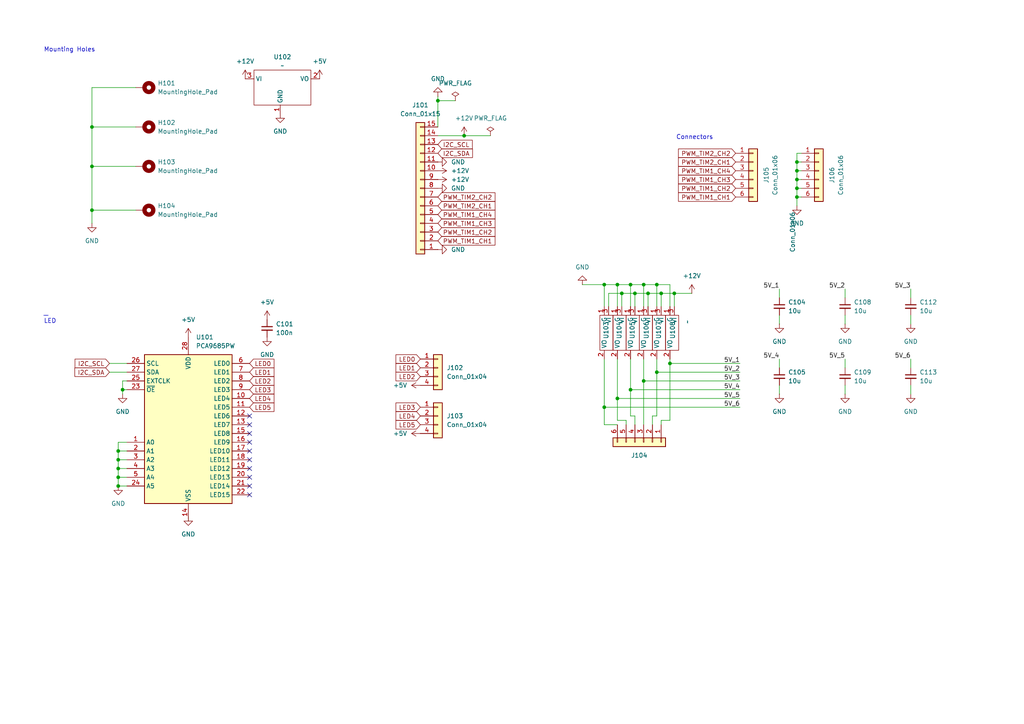
<source format=kicad_sch>
(kicad_sch (version 20231120) (generator "eeschema") (generator_version "8.0")
  (paper "A4")
  (title_block (title "PCB_tête") (date "2024-03-09") (rev "1.0") (company "ENSEA"))
  (lib_symbols
    (symbol "+5V_2" (power) (pin_numbers hide) (pin_names (offset 0) hide)
      (property "Value" "+5V" (at 0 3.556 0))
      (symbol "+5V_2_0_1"
        (polyline (pts (xy -0.762 1.27) (xy 0 2.54)))
        (polyline (pts (xy 0 0) (xy 0 2.54)))
        (polyline (pts (xy 0 2.54) (xy 0.762 1.27)))
      )
      (symbol "+5V_2_1_1"
        (pin power_in line (at 0 0 90) (length 0) (name "~") (number "1"))
      )
    )
    (symbol "Buck_1"
      (property "Reference" "U5" (at 2.032 -6.858 0))
      (property "Value" "~" (at 4.445 3.81 0))
      (symbol "Buck_1_1_1"
        (rectangle (start 2.54 1.27) (end 12.7 -2.54))
        (pin power_in line (at 0 -1.27 0) (length 2.54) (name "G") (number "1"))
        (pin passive line (at 15.24 -1.27 180) (length 2.54) (name "VO") (number "2"))
        (pin power_in line (at 0 0 0) (length 2.54) (name "VI") (number "3"))
      )
    )
    (symbol "Connector_Generic:Conn_01x04" (pin_names (offset 1.016) hide)
      (property "Reference" "J" (at 0 5.08 0))
      (property "Value" "Conn_01x04" (at 0 -7.62 0))
      (symbol "Conn_01x04_1_1"
        (rectangle (start -1.27 -4.953) (end 0 -5.207) (stroke (width 0.1524)))
        (rectangle (start -1.27 -2.413) (end 0 -2.667) (stroke (width 0.1524)))
        (rectangle (start -1.27 0.127) (end 0 -0.127) (stroke (width 0.1524)))
        (rectangle (start -1.27 2.667) (end 0 2.413) (stroke (width 0.1524)))
        (rectangle (start -1.27 3.81) (end 1.27 -6.35) (stroke (width 0.254)) (fill (type background)))
        (pin passive line (at -5.08 2.54 0) (length 3.81) (name "Pin_1") (number "1"))
        (pin passive line (at -5.08 0 0) (length 3.81) (name "Pin_2") (number "2"))
        (pin passive line (at -5.08 -2.54 0) (length 3.81) (name "Pin_3") (number "3"))
        (pin passive line (at -5.08 -5.08 0) (length 3.81) (name "Pin_4") (number "4"))
      )
    )
    (symbol "Connector_Generic:Conn_01x06" (pin_names (offset 1.016) hide)
      (property "Reference" "J" (at 0 7.62 0))
      (property "Value" "Conn_01x06" (at 0 -10.16 0))
      (symbol "Conn_01x06_1_1"
        (rectangle (start -1.27 -7.493) (end 0 -7.747) (stroke (width 0.1524)))
        (rectangle (start -1.27 -4.953) (end 0 -5.207) (stroke (width 0.1524)))
        (rectangle (start -1.27 -2.413) (end 0 -2.667) (stroke (width 0.1524)))
        (rectangle (start -1.27 0.127) (end 0 -0.127) (stroke (width 0.1524)))
        (rectangle (start -1.27 2.667) (end 0 2.413) (stroke (width 0.1524)))
        (rectangle (start -1.27 5.207) (end 0 4.953) (stroke (width 0.1524)))
        (rectangle (start -1.27 6.35) (end 1.27 -8.89) (stroke (width 0.254)) (fill (type background)))
        (pin passive line (at -5.08 5.08 0) (length 3.81) (name "Pin_1") (number "1"))
        (pin passive line (at -5.08 2.54 0) (length 3.81) (name "Pin_2") (number "2"))
        (pin passive line (at -5.08 0 0) (length 3.81) (name "Pin_3") (number "3"))
        (pin passive line (at -5.08 -2.54 0) (length 3.81) (name "Pin_4") (number "4"))
        (pin passive line (at -5.08 -5.08 0) (length 3.81) (name "Pin_5") (number "5"))
        (pin passive line (at -5.08 -7.62 0) (length 3.81) (name "Pin_6") (number "6"))
      )
    )
    (symbol "Connector_Generic:Conn_01x15" (pin_names (offset 1.016) hide)
      (property "Reference" "J" (at 0 20.32 0))
      (property "Value" "Conn_01x15" (at 0 -20.32 0))
      (symbol "Conn_01x15_1_1"
        (rectangle (start -1.27 -17.653) (end 0 -17.907) (stroke (width 0.1524)))
        (rectangle (start -1.27 -15.113) (end 0 -15.367) (stroke (width 0.1524)))
        (rectangle (start -1.27 -12.573) (end 0 -12.827) (stroke (width 0.1524)))
        (rectangle (start -1.27 -10.033) (end 0 -10.287) (stroke (width 0.1524)))
        (rectangle (start -1.27 -7.493) (end 0 -7.747) (stroke (width 0.1524)))
        (rectangle (start -1.27 -4.953) (end 0 -5.207) (stroke (width 0.1524)))
        (rectangle (start -1.27 -2.413) (end 0 -2.667) (stroke (width 0.1524)))
        (rectangle (start -1.27 0.127) (end 0 -0.127) (stroke (width 0.1524)))
        (rectangle (start -1.27 2.667) (end 0 2.413) (stroke (width 0.1524)))
        (rectangle (start -1.27 5.207) (end 0 4.953) (stroke (width 0.1524)))
        (rectangle (start -1.27 7.747) (end 0 7.493) (stroke (width 0.1524)))
        (rectangle (start -1.27 10.287) (end 0 10.033) (stroke (width 0.1524)))
        (rectangle (start -1.27 12.827) (end 0 12.573) (stroke (width 0.1524)))
        (rectangle (start -1.27 15.367) (end 0 15.113) (stroke (width 0.1524)))
        (rectangle (start -1.27 17.907) (end 0 17.653) (stroke (width 0.1524)))
        (rectangle (start -1.27 19.05) (end 1.27 -19.05) (stroke (width 0.254)) (fill (type background)))
        (pin passive line (at -5.08 17.78 0) (length 3.81) (name "Pin_1") (number "1"))
        (pin passive line (at -5.08 -5.08 0) (length 3.81) (name "Pin_10") (number "10"))
        (pin passive line (at -5.08 -7.62 0) (length 3.81) (name "Pin_11") (number "11"))
        (pin passive line (at -5.08 -10.16 0) (length 3.81) (name "Pin_12") (number "12"))
        (pin passive line (at -5.08 -12.7 0) (length 3.81) (name "Pin_13") (number "13"))
        (pin passive line (at -5.08 -15.24 0) (length 3.81) (name "Pin_14") (number "14"))
        (pin passive line (at -5.08 -17.78 0) (length 3.81) (name "Pin_15") (number "15"))
        (pin passive line (at -5.08 15.24 0) (length 3.81) (name "Pin_2") (number "2"))
        (pin passive line (at -5.08 12.7 0) (length 3.81) (name "Pin_3") (number "3"))
        (pin passive line (at -5.08 10.16 0) (length 3.81) (name "Pin_4") (number "4"))
        (pin passive line (at -5.08 7.62 0) (length 3.81) (name "Pin_5") (number "5"))
        (pin passive line (at -5.08 5.08 0) (length 3.81) (name "Pin_6") (number "6"))
        (pin passive line (at -5.08 2.54 0) (length 3.81) (name "Pin_7") (number "7"))
        (pin passive line (at -5.08 0 0) (length 3.81) (name "Pin_8") (number "8"))
        (pin passive line (at -5.08 -2.54 0) (length 3.81) (name "Pin_9") (number "9"))
      )
    )
    (symbol "Device:C_Small" (pin_numbers hide) (pin_names (offset 0.254) hide)
      (property "Reference" "C" (at 0.254 1.778 0))
      (property "Value" "C_Small" (at 0.254 -2.032 0))
      (symbol "C_Small_0_1"
        (polyline (pts (xy -1.524 -0.508) (xy 1.524 -0.508)) (stroke (width 0.3302)))
        (polyline (pts (xy -1.524 0.508) (xy 1.524 0.508)) (stroke (width 0.3048)))
      )
      (symbol "C_Small_1_1"
        (pin passive line (at 0 2.54 270) (length 2.032) (name "~") (number "1"))
        (pin passive line (at 0 -2.54 90) (length 2.032) (name "~") (number "2"))
      )
    )
    (symbol "Driver_LED:PCA9685PW"
      (property "Reference" "U" (at -12.7 22.225 0))
      (property "Value" "PCA9685PW" (at 1.27 22.225 0))
      (symbol "PCA9685PW_0_1"
        (rectangle (start -12.7 20.32) (end 12.7 -22.86) (stroke (width 0.254)) (fill (type background)))
      )
      (symbol "PCA9685PW_1_1"
        (pin input line (at -17.78 -5.08 0) (length 5.08) (name "A0") (number "1"))
        (pin output line (at 17.78 7.62 180) (length 5.08) (name "LED4") (number "10"))
        (pin output line (at 17.78 5.08 180) (length 5.08) (name "LED5") (number "11"))
        (pin output line (at 17.78 2.54 180) (length 5.08) (name "LED6") (number "12"))
        (pin output line (at 17.78 0 180) (length 5.08) (name "LED7") (number "13"))
        (pin power_in line (at 0 -27.94 90) (length 5.08) (name "VSS") (number "14"))
        (pin output line (at 17.78 -2.54 180) (length 5.08) (name "LED8") (number "15"))
        (pin output line (at 17.78 -5.08 180) (length 5.08) (name "LED9") (number "16"))
        (pin output line (at 17.78 -7.62 180) (length 5.08) (name "LED10") (number "17"))
        (pin output line (at 17.78 -10.16 180) (length 5.08) (name "LED11") (number "18"))
        (pin output line (at 17.78 -12.7 180) (length 5.08) (name "LED12") (number "19"))
        (pin input line (at -17.78 -7.62 0) (length 5.08) (name "A1") (number "2"))
        (pin output line (at 17.78 -15.24 180) (length 5.08) (name "LED13") (number "20"))
        (pin output line (at 17.78 -17.78 180) (length 5.08) (name "LED14") (number "21"))
        (pin output line (at 17.78 -20.32 180) (length 5.08) (name "LED15") (number "22"))
        (pin input line (at -17.78 10.16 0) (length 5.08) (name "~{OE}") (number "23"))
        (pin input line (at -17.78 -17.78 0) (length 5.08) (name "A5") (number "24"))
        (pin input line (at -17.78 12.7 0) (length 5.08) (name "EXTCLK") (number "25"))
        (pin input line (at -17.78 17.78 0) (length 5.08) (name "SCL") (number "26"))
        (pin bidirectional line (at -17.78 15.24 0) (length 5.08) (name "SDA") (number "27"))
        (pin power_in line (at 0 25.4 270) (length 5.08) (name "VDD") (number "28"))
        (pin input line (at -17.78 -10.16 0) (length 5.08) (name "A2") (number "3"))
        (pin input line (at -17.78 -12.7 0) (length 5.08) (name "A3") (number "4"))
        (pin input line (at -17.78 -15.24 0) (length 5.08) (name "A4") (number "5"))
        (pin output line (at 17.78 17.78 180) (length 5.08) (name "LED0") (number "6"))
        (pin output line (at 17.78 15.24 180) (length 5.08) (name "LED1") (number "7"))
        (pin output line (at 17.78 12.7 180) (length 5.08) (name "LED2") (number "8"))
        (pin output line (at 17.78 10.16 180) (length 5.08) (name "LED3") (number "9"))
      )
    )
    (symbol "GND_1" (power) (pin_numbers hide) (pin_names (offset 0) hide)
      (property "Value" "GND" (at 0 -3.81 0))
      (symbol "GND_1_0_1"
        (polyline (pts (xy 0 0) (xy 0 -1.27) (xy 1.27 -1.27) (xy 0 -2.54) (xy -1.27 -1.27) (xy 0 -1.27)))
      )
      (symbol "GND_1_1_1"
        (pin power_in line (at 0 0 270) (length 0) (name "~") (number "1"))
      )
    )
    (symbol "GND_2" (power) (pin_numbers hide) (pin_names (offset 0) hide)
      (property "Value" "GND" (at 0 -3.81 0))
      (symbol "GND_2_0_1"
        (polyline (pts (xy 0 0) (xy 0 -1.27) (xy 1.27 -1.27) (xy 0 -2.54) (xy -1.27 -1.27) (xy 0 -1.27)))
      )
      (symbol "GND_2_1_1"
        (pin power_in line (at 0 0 270) (length 0) (name "~") (number "1"))
      )
    )
    (symbol "GND_3" (power) (pin_numbers hide) (pin_names (offset 0) hide)
      (property "Value" "GND" (at 0 -3.81 0))
      (symbol "GND_3_0_1"
        (polyline (pts (xy 0 0) (xy 0 -1.27) (xy 1.27 -1.27) (xy 0 -2.54) (xy -1.27 -1.27) (xy 0 -1.27)))
      )
      (symbol "GND_3_1_1"
        (pin power_in line (at 0 0 270) (length 0) (name "~") (number "1"))
      )
    )
    (symbol "Mechanical:MountingHole_Pad" (pin_numbers hide) (pin_names (offset 1.016) hide)
      (property "Reference" "H" (at 0 6.35 0))
      (property "Value" "MountingHole_Pad" (at 0 4.445 0))
      (symbol "MountingHole_Pad_0_1"
        (circle (center 0 1.27) (radius 1.27) (stroke (width 1.27)))
      )
      (symbol "MountingHole_Pad_1_1"
        (pin input line (at 0 -2.54 90) (length 2.54) (name "1") (number "1"))
      )
    )
    (symbol "kicad-unified-universal-8.0.0:Buck1"
      (property "Reference" "U7" (at 0.635 7.62 0))
      (property "Value" "~" (at 0.635 5.08 0))
      (symbol "Buck1_1_1"
        (rectangle (start -7.62 3.81) (end 8.89 -6.35))
        (pin power_in line (at 0 -8.89 90) (length 2.54) (name "GND") (number "1"))
        (pin power_out line (at 11.43 1.27 180) (length 2.54) (name "VO") (number "2"))
        (pin power_in line (at -10.16 1.27 0) (length 2.54) (name "VI") (number "3"))
      )
    )
    (symbol "power:+12V" (power) (pin_numbers hide) (pin_names (offset 0) hide)
      (property "Value" "+12V" (at 0 3.556 0))
      (symbol "+12V_0_1"
        (polyline (pts (xy -0.762 1.27) (xy 0 2.54)))
        (polyline (pts (xy 0 0) (xy 0 2.54)))
        (polyline (pts (xy 0 2.54) (xy 0.762 1.27)))
      )
      (symbol "+12V_1_1"
        (pin power_in line (at 0 0 90) (length 0) (name "~") (number "1"))
      )
    )
    (symbol "power:+5V" (power) (pin_names (offset 0))
      (property "Value" "+5V" (at 0 3.556 0))
      (symbol "+5V_0_1"
        (polyline (pts (xy -0.762 1.27) (xy 0 2.54)))
        (polyline (pts (xy 0 0) (xy 0 2.54)))
        (polyline (pts (xy 0 2.54) (xy 0.762 1.27)))
      )
      (symbol "+5V_1_1"
        (pin power_in line (at 0 0 90) (length 0) hide (name "+5V") (number "1"))
      )
    )
    (symbol "power:GND" (power) (pin_names (offset 0))
      (property "Value" "GND" (at 0 -3.81 0))
      (symbol "GND_0_1"
        (polyline (pts (xy 0 0) (xy 0 -1.27) (xy 1.27 -1.27) (xy 0 -2.54) (xy -1.27 -1.27) (xy 0 -1.27)))
      )
      (symbol "GND_1_1"
        (pin power_in line (at 0 0 270) (length 0) hide (name "GND") (number "1"))
      )
    )
    (symbol "power:PWR_FLAG" (power) (pin_numbers hide) (pin_names (offset 0) hide)
      (property "Value" "PWR_FLAG" (at 0 3.81 0))
      (symbol "PWR_FLAG_0_0"
        (pin power_out line (at 0 0 90) (length 0) (name "~") (number "1"))
      )
      (symbol "PWR_FLAG_0_1"
        (polyline (pts (xy 0 0) (xy 0 1.27) (xy -1.016 1.905) (xy 0 2.54) (xy 1.016 1.905) (xy 0 1.27)))
      )
    )
  )
  (junction (at 231.14 57.15))
  (junction (at 182.88 82.55))
  (junction (at 175.26 82.55))
  (junction (at 190.5 82.55))
  (junction (at 26.67 36.83))
  (junction (at 231.14 54.61))
  (junction (at 179.07 82.55))
  (junction (at 34.29 138.43))
  (junction (at 186.69 110.49))
  (junction (at 194.31 105.41))
  (junction (at 34.29 140.97))
  (junction (at 182.88 113.03))
  (junction (at 190.5 107.95))
  (junction (at 195.58 85.09))
  (junction (at 26.67 48.26))
  (junction (at 127 29.21))
  (junction (at 231.14 49.53))
  (junction (at 191.77 85.09))
  (junction (at 180.34 85.09))
  (junction (at 34.29 130.81))
  (junction (at 34.29 133.35))
  (junction (at 186.69 82.55))
  (junction (at 187.96 85.09))
  (junction (at 231.14 46.99))
  (junction (at 179.07 115.57))
  (junction (at 35.56 113.03))
  (junction (at 231.14 52.07))
  (junction (at 184.15 85.09))
  (junction (at 175.26 118.11))
  (junction (at 34.29 135.89))
  (junction (at 134.62 39.37))
  (junction (at 26.67 60.96))
  (no_connect (at 72.39 140.97))
  (no_connect (at 72.39 128.27))
  (no_connect (at 72.39 123.19))
  (no_connect (at 72.39 125.73))
  (no_connect (at 72.39 133.35))
  (no_connect (at 72.39 138.43))
  (no_connect (at 72.39 143.51))
  (no_connect (at 72.39 130.81))
  (no_connect (at 72.39 120.65))
  (no_connect (at 72.39 135.89))
  (wire (pts (xy 187.96 88.9) (xy 187.96 85.09)))
  (wire (pts (xy 184.15 85.09) (xy 187.96 85.09)))
  (wire (pts (xy 175.26 104.14) (xy 175.26 118.11)))
  (wire (pts (xy 187.96 85.09) (xy 191.77 85.09)))
  (wire (pts (xy 226.06 104.14) (xy 226.06 106.68)))
  (wire (pts (xy 179.07 88.9) (xy 179.07 82.55)))
  (wire (pts (xy 190.5 88.9) (xy 190.5 82.55)))
  (wire (pts (xy 36.83 113.03) (xy 35.56 113.03)))
  (wire (pts (xy 190.5 120.65) (xy 190.5 107.95)))
  (wire (pts (xy 176.53 85.09) (xy 180.34 85.09)))
  (wire (pts (xy 186.69 110.49) (xy 214.63 110.49)))
  (wire (pts (xy 245.11 83.82) (xy 245.11 86.36)))
  (wire (pts (xy 190.5 107.95) (xy 190.5 104.14)))
  (wire (pts (xy 189.23 120.65) (xy 189.23 123.19)))
  (wire (pts (xy 179.07 121.92) (xy 179.07 115.57)))
  (wire (pts (xy 31.75 105.41) (xy 36.83 105.41)))
  (wire (pts (xy 179.07 82.55) (xy 175.26 82.55)))
  (wire (pts (xy 34.29 130.81) (xy 34.29 133.35)))
  (wire (pts (xy 26.67 60.96) (xy 39.37 60.96)))
  (wire (pts (xy 184.15 120.65) (xy 184.15 123.19)))
  (wire (pts (xy 231.14 52.07) (xy 231.14 49.53)))
  (wire (pts (xy 194.31 82.55) (xy 190.5 82.55)))
  (wire (pts (xy 54.61 149.86) (xy 54.61 151.13)))
  (wire (pts (xy 264.16 104.14) (xy 264.16 106.68)))
  (wire (pts (xy 127 27.94) (xy 127 29.21)))
  (wire (pts (xy 186.69 88.9) (xy 186.69 82.55)))
  (wire (pts (xy 134.62 39.37) (xy 142.24 39.37)))
  (wire (pts (xy 264.16 91.44) (xy 264.16 93.98)))
  (wire (pts (xy 34.29 138.43) (xy 34.29 140.97)))
  (polyline (pts (xy 12.7 91.44) (xy 13.97 91.44)) (stroke (width 0) (type dash)))
  (wire (pts (xy 190.5 82.55) (xy 186.69 82.55)))
  (wire (pts (xy 182.88 120.65) (xy 184.15 120.65)))
  (wire (pts (xy 39.37 36.83) (xy 26.67 36.83)))
  (wire (pts (xy 195.58 85.09) (xy 195.58 88.9)))
  (wire (pts (xy 182.88 82.55) (xy 179.07 82.55)))
  (wire (pts (xy 35.56 110.49) (xy 35.56 113.03)))
  (wire (pts (xy 194.31 121.92) (xy 191.77 121.92)))
  (wire (pts (xy 182.88 104.14) (xy 182.88 113.03)))
  (wire (pts (xy 34.29 133.35) (xy 36.83 133.35)))
  (wire (pts (xy 180.34 85.09) (xy 184.15 85.09)))
  (wire (pts (xy 226.06 83.82) (xy 226.06 86.36)))
  (wire (pts (xy 36.83 110.49) (xy 35.56 110.49)))
  (wire (pts (xy 36.83 128.27) (xy 34.29 128.27)))
  (wire (pts (xy 179.07 115.57) (xy 179.07 104.14)))
  (wire (pts (xy 26.67 25.4) (xy 26.67 36.83)))
  (wire (pts (xy 26.67 60.96) (xy 26.67 64.77)))
  (wire (pts (xy 26.67 36.83) (xy 26.67 48.26)))
  (wire (pts (xy 182.88 113.03) (xy 182.88 120.65)))
  (wire (pts (xy 186.69 104.14) (xy 186.69 110.49)))
  (wire (pts (xy 226.06 111.76) (xy 226.06 114.3)))
  (wire (pts (xy 194.31 121.92) (xy 194.31 105.41)))
  (wire (pts (xy 26.67 48.26) (xy 26.67 60.96)))
  (wire (pts (xy 180.34 88.9) (xy 180.34 85.09)))
  (wire (pts (xy 231.14 49.53) (xy 231.14 46.99)))
  (wire (pts (xy 179.07 121.92) (xy 181.61 121.92)))
  (wire (pts (xy 34.29 140.97) (xy 36.83 140.97)))
  (wire (pts (xy 35.56 113.03) (xy 35.56 114.3)))
  (wire (pts (xy 175.26 82.55) (xy 168.91 82.55)))
  (wire (pts (xy 245.11 91.44) (xy 245.11 93.98)))
  (wire (pts (xy 184.15 88.9) (xy 184.15 85.09)))
  (wire (pts (xy 245.11 111.76) (xy 245.11 114.3)))
  (wire (pts (xy 34.29 135.89) (xy 34.29 138.43)))
  (wire (pts (xy 34.29 133.35) (xy 34.29 135.89)))
  (wire (pts (xy 231.14 54.61) (xy 231.14 52.07)))
  (wire (pts (xy 179.07 115.57) (xy 214.63 115.57)))
  (wire (pts (xy 231.14 46.99) (xy 232.41 46.99)))
  (wire (pts (xy 194.31 105.41) (xy 194.31 104.14)))
  (wire (pts (xy 182.88 113.03) (xy 214.63 113.03)))
  (wire (pts (xy 191.77 85.09) (xy 195.58 85.09)))
  (wire (pts (xy 191.77 121.92) (xy 191.77 123.19)))
  (wire (pts (xy 245.11 104.14) (xy 245.11 106.68)))
  (wire (pts (xy 127 29.21) (xy 132.08 29.21)))
  (wire (pts (xy 264.16 83.82) (xy 264.16 86.36)))
  (wire (pts (xy 127 29.21) (xy 127 36.83)))
  (wire (pts (xy 231.14 44.45) (xy 232.41 44.45)))
  (wire (pts (xy 175.26 88.9) (xy 175.26 82.55)))
  (wire (pts (xy 31.75 107.95) (xy 36.83 107.95)))
  (wire (pts (xy 34.29 128.27) (xy 34.29 130.81)))
  (wire (pts (xy 190.5 120.65) (xy 189.23 120.65)))
  (wire (pts (xy 175.26 118.11) (xy 175.26 123.19)))
  (wire (pts (xy 181.61 121.92) (xy 181.61 123.19)))
  (wire (pts (xy 34.29 130.81) (xy 36.83 130.81)))
  (wire (pts (xy 175.26 123.19) (xy 179.07 123.19)))
  (wire (pts (xy 231.14 57.15) (xy 232.41 57.15)))
  (wire (pts (xy 231.14 59.69) (xy 231.14 57.15)))
  (wire (pts (xy 182.88 88.9) (xy 182.88 82.55)))
  (wire (pts (xy 34.29 135.89) (xy 36.83 135.89)))
  (wire (pts (xy 186.69 110.49) (xy 186.69 123.19)))
  (wire (pts (xy 39.37 25.4) (xy 26.67 25.4)))
  (wire (pts (xy 26.67 48.26) (xy 39.37 48.26)))
  (wire (pts (xy 231.14 57.15) (xy 231.14 54.61)))
  (wire (pts (xy 264.16 111.76) (xy 264.16 114.3)))
  (wire (pts (xy 226.06 91.44) (xy 226.06 93.98)))
  (wire (pts (xy 231.14 46.99) (xy 231.14 44.45)))
  (wire (pts (xy 194.31 88.9) (xy 194.31 82.55)))
  (wire (pts (xy 231.14 49.53) (xy 232.41 49.53)))
  (wire (pts (xy 194.31 105.41) (xy 214.63 105.41)))
  (wire (pts (xy 191.77 88.9) (xy 191.77 85.09)))
  (wire (pts (xy 34.29 138.43) (xy 36.83 138.43)))
  (wire (pts (xy 200.66 85.09) (xy 195.58 85.09)))
  (wire (pts (xy 190.5 107.95) (xy 214.63 107.95)))
  (wire (pts (xy 176.53 88.9) (xy 176.53 85.09)))
  (wire (pts (xy 134.62 39.37) (xy 127 39.37)))
  (wire (pts (xy 231.14 52.07) (xy 232.41 52.07)))
  (wire (pts (xy 186.69 82.55) (xy 182.88 82.55)))
  (wire (pts (xy 175.26 118.11) (xy 214.63 118.11)))
  (wire (pts (xy 231.14 54.61) (xy 232.41 54.61)))
  (text "LED " (at 12.7 93.98 0) (effects (font (size 1.27 1.27)) (justify left bottom)))
  (text "Connectors" (at 196.088 40.64 0) (effects (font (size 1.27 1.27)) (justify left bottom)))
  (text "Mounting Holes" (at 12.7 15.24 0) (effects (font (size 1.27 1.27)) (justify left bottom)))
  (label "5V_2" (at 214.63 107.95 180))
  (label "5V_6" (at 264.16 104.14 180))
  (label "5V_3" (at 214.63 110.49 180))
  (label "5V_1" (at 214.63 105.41 180))
  (label "5V_5" (at 214.63 115.57 180))
  (label "5V_2" (at 245.11 83.82 180))
  (label "5V_4" (at 226.06 104.14 180))
  (label "5V_4" (at 214.63 113.03 180))
  (label "5V_6" (at 214.63 118.11 180))
  (label "5V_1" (at 226.06 83.82 180))
  (label "5V_3" (at 264.16 83.82 180))
  (label "5V_5" (at 245.11 104.14 180))
  (global_label "LED5" (shape input) (at 121.92 123.19 180) (property "Intersheetrefs" "${INTERSHEET_REFS}" (effects (hide yes))))
  (global_label "PWM_TIM1_CH4" (shape input) (at 127 62.23 0) (property "Intersheetrefs" "${INTERSHEET_REFS}" (effects (hide yes))))
  (global_label "LED1" (shape input) (at 121.92 106.68 180) (property "Intersheetrefs" "${INTERSHEET_REFS}" (effects (hide yes))))
  (global_label "LED1" (shape input) (at 72.39 107.95 0) (property "Intersheetrefs" "${INTERSHEET_REFS}" (effects (hide yes))))
  (global_label "LED4" (shape input) (at 121.92 120.65 180) (property "Intersheetrefs" "${INTERSHEET_REFS}" (effects (hide yes))))
  (global_label "PWM_TIM2_CH2" (shape input) (at 127 57.15 0) (property "Intersheetrefs" "${INTERSHEET_REFS}" (effects (hide yes))))
  (global_label "PWM_TIM1_CH3" (shape input) (at 127 64.77 0) (property "Intersheetrefs" "${INTERSHEET_REFS}" (effects (hide yes))))
  (global_label "I2C_SCL" (shape input) (at 31.75 105.41 180) (property "Intersheetrefs" "${INTERSHEET_REFS}" (effects (hide yes))))
  (global_label "I2C_SDA" (shape input) (at 31.75 107.95 180) (property "Intersheetrefs" "${INTERSHEET_REFS}" (effects (hide yes))))
  (global_label "LED2" (shape input) (at 72.39 110.49 0) (property "Intersheetrefs" "${INTERSHEET_REFS}" (effects (hide yes))))
  (global_label "PWM_TIM1_CH1" (shape input) (at 213.36 57.15 180) (property "Intersheetrefs" "${INTERSHEET_REFS}" (effects (hide yes))))
  (global_label "PWM_TIM1_CH4" (shape input) (at 213.36 49.53 180) (property "Intersheetrefs" "${INTERSHEET_REFS}" (effects (hide yes))))
  (global_label "PWM_TIM1_CH2" (shape input) (at 127 67.31 0) (property "Intersheetrefs" "${INTERSHEET_REFS}" (effects (hide yes))))
  (global_label "LED5" (shape input) (at 72.39 118.11 0) (property "Intersheetrefs" "${INTERSHEET_REFS}" (effects (hide yes))))
  (global_label "PWM_TIM1_CH3" (shape input) (at 213.36 52.07 180) (property "Intersheetrefs" "${INTERSHEET_REFS}" (effects (hide yes))))
  (global_label "I2C_SDA" (shape input) (at 127 44.45 0) (property "Intersheetrefs" "${INTERSHEET_REFS}" (effects (hide yes))))
  (global_label "LED0" (shape input) (at 121.92 104.14 180) (property "Intersheetrefs" "${INTERSHEET_REFS}" (effects (hide yes))))
  (global_label "LED4" (shape input) (at 72.39 115.57 0) (property "Intersheetrefs" "${INTERSHEET_REFS}" (effects (hide yes))))
  (global_label "I2C_SCL" (shape input) (at 127 41.91 0) (property "Intersheetrefs" "${INTERSHEET_REFS}" (effects (hide yes))))
  (global_label "LED2" (shape input) (at 121.92 109.22 180) (property "Intersheetrefs" "${INTERSHEET_REFS}" (effects (hide yes))))
  (global_label "PWM_TIM1_CH2" (shape input) (at 213.36 54.61 180) (property "Intersheetrefs" "${INTERSHEET_REFS}" (effects (hide yes))))
  (global_label "PWM_TIM2_CH2" (shape input) (at 213.36 44.45 180) (property "Intersheetrefs" "${INTERSHEET_REFS}" (effects (hide yes))))
  (global_label "LED3" (shape input) (at 72.39 113.03 0) (property "Intersheetrefs" "${INTERSHEET_REFS}" (effects (hide yes))))
  (global_label "PWM_TIM2_CH1" (shape input) (at 213.36 46.99 180) (property "Intersheetrefs" "${INTERSHEET_REFS}" (effects (hide yes))))
  (global_label "LED0" (shape input) (at 72.39 105.41 0) (property "Intersheetrefs" "${INTERSHEET_REFS}" (effects (hide yes))))
  (global_label "PWM_TIM2_CH1" (shape input) (at 127 59.69 0) (property "Intersheetrefs" "${INTERSHEET_REFS}" (effects (hide yes))))
  (global_label "PWM_TIM1_CH1" (shape input) (at 127 69.85 0) (property "Intersheetrefs" "${INTERSHEET_REFS}" (effects (hide yes))))
  (global_label "LED3" (shape input) (at 121.92 118.11 180) (property "Intersheetrefs" "${INTERSHEET_REFS}" (effects (hide yes))))
  (symbol (lib_name "GND_1") (lib_id "power:GND") (at 127 54.61 90) (unit 1)
    (property "Reference" "#PWR0117" (effects (hide yes)))
    (property "Value" "GND" (at 130.81 54.6099 90) (effects (justify right)))
    (property "Description" "Power symbol creates a global label with name \"GND\" , ground" (effects (hide yes)))
  )
  (symbol (lib_id "Mechanical:MountingHole_Pad") (at 41.91 36.83 270) (unit 1)
    (property "Reference" "H102" (at 45.72 35.56 90) (effects (justify left)))
    (property "Value" "MountingHole_Pad" (at 45.72 38.1 90) (effects (justify left)))
    (property "Footprint" "MountingHole:MountingHole_3.2mm_M3_Pad_Via" (effects (hide yes)))
  )
  (symbol (lib_id "power:+12V") (at 127 49.53 270) (unit 1)
    (property "Reference" "#PWR0115" (effects (hide yes)))
    (property "Value" "+12V" (at 130.81 49.5299 90) (effects (justify left)))
    (property "Description" "Power symbol creates a global label with name \"+12V\"" (effects (hide yes)))
  )
  (symbol (lib_id "power:+5V") (at 121.92 111.76 90) (unit 1)
    (property "Reference" "#PWR0111" (effects (hide yes)))
    (property "Value" "+5V" (at 118.11 111.7599 90) (effects (justify left)))
  )
  (symbol (lib_id "Device:C_Small") (at 245.11 88.9 0) (unit 1)
    (property "Reference" "C108" (at 247.65 87.6363 0) (effects (justify left)))
    (property "Value" "10u" (at 247.65 90.1763 0) (effects (justify left)))
    (property "Footprint" "Capacitor_SMD:C_0603_1608Metric" (effects (hide yes)))
  )
  (symbol (lib_name "GND_1") (lib_id "power:GND") (at 127 46.99 90) (unit 1)
    (property "Reference" "#PWR0114" (effects (hide yes)))
    (property "Value" "GND" (at 130.81 46.9899 90) (effects (justify right)))
    (property "Description" "Power symbol creates a global label with name \"GND\" , ground" (effects (hide yes)))
  )
  (symbol (lib_id "Connector_Generic:Conn_01x04") (at 127 106.68 0) (unit 1)
    (property "Reference" "J102" (at 129.54 106.6799 0) (effects (justify left)))
    (property "Value" "Conn_01x04" (at 129.54 109.2199 0) (effects (justify left)))
    (property "Footprint" "Connector_JST:JST_XH_B4B-XH-A_1x04_P2.50mm_Vertical" (effects (hide yes)))
    (property "Description" "Generic connector, single row, 01x04, script generated (kicad-library-utils/schlib/autogen/connector/)" (effects (hide yes)))
  )
  (symbol (lib_name "GND_3") (lib_id "power:GND") (at 245.11 93.98 0) (unit 1)
    (property "Reference" "#PWR0125" (effects (hide yes)))
    (property "Value" "GND" (at 245.11 99.06 0))
    (property "Description" "Power symbol creates a global label with name \"GND\" , ground" (effects (hide yes)))
  )
  (symbol (lib_name "+5V_2") (lib_id "power:+5V") (at 92.71 22.86 0) (unit 1)
    (property "Reference" "#PWR0110" (effects (hide yes)))
    (property "Value" "+5V" (at 92.71 17.78 0))
    (property "Description" "Power symbol creates a global label with name \"+5V\"" (effects (hide yes)))
  )
  (symbol (lib_name "Buck_1") (lib_id "kicad-unified-universal-8.0.0:Buck") (at 187.96 88.9 270) (unit 1)
    (property "Reference" "U106" (at 187.452 95.758 0))
    (property "Value" "~" (at 191.77 93.345 0))
    (property "Footprint" "libs:173010542" (effects (hide yes)))
  )
  (symbol (lib_id "power:+5V") (at 77.47 92.71 0) (unit 1)
    (property "Reference" "#PWR0107" (effects (hide yes)))
    (property "Value" "+5V" (at 77.47 87.63 0))
  )
  (symbol (lib_id "power:GND") (at 54.61 149.86 0) (unit 1)
    (property "Reference" "#PWR0105" (effects (hide yes)))
    (property "Value" "GND" (at 54.61 154.94 0))
  )
  (symbol (lib_id "Device:C_Small") (at 226.06 109.22 0) (unit 1)
    (property "Reference" "C105" (at 228.6 107.9563 0) (effects (justify left)))
    (property "Value" "10u" (at 228.6 110.4963 0) (effects (justify left)))
    (property "Footprint" "Capacitor_SMD:C_0603_1608Metric" (effects (hide yes)))
  )
  (symbol (lib_id "power:GND") (at 231.14 59.69 0) (unit 1)
    (property "Reference" "#PWR0124" (effects (hide yes)))
    (property "Value" "GND" (at 231.14 64.77 0))
  )
  (symbol (lib_name "Buck_1") (lib_id "kicad-unified-universal-8.0.0:Buck") (at 184.15 88.9 270) (unit 1)
    (property "Reference" "U105" (at 183.388 95.758 0))
    (property "Value" "~" (at 187.96 93.345 0))
    (property "Footprint" "libs:173010542" (effects (hide yes)))
  )
  (symbol (lib_id "Connector_Generic:Conn_01x15") (at 121.92 54.61 180) (unit 1)
    (property "Reference" "J101" (at 121.92 30.48 0))
    (property "Value" "Conn_01x15" (at 121.92 33.02 0))
    (property "Footprint" "libs:CONN15_31321_WRE" (effects (hide yes)))
  )
  (symbol (lib_id "power:+5V") (at 121.92 125.73 90) (unit 1)
    (property "Reference" "#PWR0112" (effects (hide yes)))
    (property "Value" "+5V" (at 118.11 125.7299 90) (effects (justify left)))
  )
  (symbol (lib_id "power:GND") (at 26.67 64.77 0) (unit 1)
    (property "Reference" "#PWR0101" (effects (hide yes)))
    (property "Value" "GND" (at 26.67 69.85 0))
  )
  (symbol (lib_id "power:+12V") (at 134.62 39.37 0) (unit 1)
    (property "Reference" "#PWR0119" (effects (hide yes)))
    (property "Value" "+12V" (at 134.62 34.29 0))
    (property "Description" "Power symbol creates a global label with name \"+12V\"" (effects (hide yes)))
  )
  (symbol (lib_name "GND_3") (lib_id "power:GND") (at 81.28 33.02 0) (unit 1)
    (property "Reference" "#PWR0109" (effects (hide yes)))
    (property "Value" "GND" (at 81.28 38.1 0))
    (property "Description" "Power symbol creates a global label with name \"GND\" , ground" (effects (hide yes)))
  )
  (symbol (lib_id "Device:C_Small") (at 77.47 95.25 0) (unit 1)
    (property "Reference" "C101" (at 80.01 93.9863 0) (effects (justify left)))
    (property "Value" "100n" (at 80.01 96.5263 0) (effects (justify left)))
    (property "Footprint" "Capacitor_SMD:C_0402_1005Metric" (effects (hide yes)))
  )
  (symbol (lib_id "power:+12V") (at 71.12 22.86 0) (unit 1)
    (property "Reference" "#PWR0106" (effects (hide yes)))
    (property "Value" "+12V" (at 71.12 17.78 0))
    (property "Description" "Power symbol creates a global label with name \"+12V\"" (effects (hide yes)))
  )
  (symbol (lib_id "kicad-unified-universal-8.0.0:Buck1") (at 81.28 24.13 0) (unit 1)
    (property "Reference" "U102" (at 81.915 16.51 0))
    (property "Value" "~" (at 81.915 19.05 0))
    (property "Footprint" "libs:173010542" (effects (hide yes)))
  )
  (symbol (lib_id "Device:C_Small") (at 264.16 109.22 0) (unit 1)
    (property "Reference" "C113" (at 266.7 107.9563 0) (effects (justify left)))
    (property "Value" "10u" (at 266.7 110.4963 0) (effects (justify left)))
    (property "Footprint" "Capacitor_SMD:C_0603_1608Metric" (effects (hide yes)))
  )
  (symbol (lib_id "power:GND") (at 77.47 97.79 0) (unit 1)
    (property "Reference" "#PWR0108" (effects (hide yes)))
    (property "Value" "GND" (at 77.47 102.87 0))
  )
  (symbol (lib_name "GND_3") (lib_id "power:GND") (at 264.16 114.3 0) (unit 1)
    (property "Reference" "#PWR0128" (effects (hide yes)))
    (property "Value" "GND" (at 264.16 119.38 0))
    (property "Description" "Power symbol creates a global label with name \"GND\" , ground" (effects (hide yes)))
  )
  (symbol (lib_name "Buck_1") (lib_id "kicad-unified-universal-8.0.0:Buck") (at 180.34 88.9 270) (unit 1)
    (property "Reference" "U104" (at 179.578 95.758 0))
    (property "Value" "~" (at 184.15 93.345 0))
    (property "Footprint" "libs:173010542" (effects (hide yes)))
  )
  (symbol (lib_name "GND_1") (lib_id "power:GND") (at 127 27.94 180) (unit 1)
    (property "Reference" "#PWR0113" (effects (hide yes)))
    (property "Value" "GND" (at 127 22.86 0))
    (property "Description" "Power symbol creates a global label with name \"GND\" , ground" (effects (hide yes)))
  )
  (symbol (lib_id "Connector_Generic:Conn_01x04") (at 127 120.65 0) (unit 1)
    (property "Reference" "J103" (at 129.54 120.6499 0) (effects (justify left)))
    (property "Value" "Conn_01x04" (at 129.54 123.1899 0) (effects (justify left)))
    (property "Footprint" "Connector_JST:JST_XH_B4B-XH-A_1x04_P2.50mm_Vertical" (effects (hide yes)))
    (property "Description" "Generic connector, single row, 01x04, script generated (kicad-library-utils/schlib/autogen/connector/)" (effects (hide yes)))
  )
  (symbol (lib_name "Buck_1") (lib_id "kicad-unified-universal-8.0.0:Buck") (at 176.53 88.9 270) (unit 1)
    (property "Reference" "U103" (at 175.768 95.758 0))
    (property "Value" "~" (at 180.34 93.345 0))
    (property "Footprint" "libs:173010542" (effects (hide yes)))
  )
  (symbol (lib_id "power:PWR_FLAG") (at 142.24 39.37 0) (unit 1)
    (property "Reference" "#FLG0102" (effects (hide yes)))
    (property "Value" "PWR_FLAG" (at 142.24 34.29 0))
    (property "Description" "Special symbol for telling ERC where power comes from" (effects (hide yes)))
  )
  (symbol (lib_id "Mechanical:MountingHole_Pad") (at 41.91 25.4 270) (unit 1)
    (property "Reference" "H101" (at 45.72 24.13 90) (effects (justify left)))
    (property "Value" "MountingHole_Pad" (at 45.72 26.67 90) (effects (justify left)))
    (property "Footprint" "MountingHole:MountingHole_3.2mm_M3_Pad_Via" (effects (hide yes)))
  )
  (symbol (lib_name "GND_3") (lib_id "power:GND") (at 226.06 93.98 0) (unit 1)
    (property "Reference" "#PWR0122" (effects (hide yes)))
    (property "Value" "GND" (at 226.06 99.06 0))
    (property "Description" "Power symbol creates a global label with name \"GND\" , ground" (effects (hide yes)))
  )
  (symbol (lib_name "GND_3") (lib_id "power:GND") (at 226.06 114.3 0) (unit 1)
    (property "Reference" "#PWR0123" (effects (hide yes)))
    (property "Value" "GND" (at 226.06 119.38 0))
    (property "Description" "Power symbol creates a global label with name \"GND\" , ground" (effects (hide yes)))
  )
  (symbol (lib_name "GND_2") (lib_id "power:GND") (at 34.29 140.97 0) (unit 1)
    (property "Reference" "#PWR0102" (effects (hide yes)))
    (property "Value" "GND" (at 34.29 146.05 0))
    (property "Description" "Power symbol creates a global label with name \"GND\" , ground" (effects (hide yes)))
  )
  (symbol (lib_name "GND_3") (lib_id "power:GND") (at 264.16 93.98 0) (unit 1)
    (property "Reference" "#PWR0127" (effects (hide yes)))
    (property "Value" "GND" (at 264.16 99.06 0))
    (property "Description" "Power symbol creates a global label with name \"GND\" , ground" (effects (hide yes)))
  )
  (symbol (lib_id "Mechanical:MountingHole_Pad") (at 41.91 48.26 270) (unit 1)
    (property "Reference" "H103" (at 45.72 46.99 90) (effects (justify left)))
    (property "Value" "MountingHole_Pad" (at 45.72 49.53 90) (effects (justify left)))
    (property "Footprint" "MountingHole:MountingHole_3.2mm_M3_Pad_Via" (effects (hide yes)))
  )
  (symbol (lib_id "Connector_Generic:Conn_01x06") (at 186.69 128.27 270) (unit 1)
    (property "Reference" "J104" (at 185.42 132.08 90))
    (property "Value" "Conn_01x06" (at 229.87 67.31 0))
    (property "Footprint" "Connector_PinHeader_2.54mm:PinHeader_1x06_P2.54mm_Vertical" (effects (hide yes)))
  )
  (symbol (lib_id "power:PWR_FLAG") (at 132.08 29.21 0) (unit 1)
    (property "Reference" "#FLG0101" (effects (hide yes)))
    (property "Value" "PWR_FLAG" (at 132.08 24.13 0))
    (property "Description" "Special symbol for telling ERC where power comes from" (effects (hide yes)))
  )
  (symbol (lib_id "power:GND") (at 35.56 114.3 0) (unit 1)
    (property "Reference" "#PWR0103" (effects (hide yes)))
    (property "Value" "GND" (at 35.56 119.38 0))
  )
  (symbol (lib_id "power:+12V") (at 127 52.07 270) (unit 1)
    (property "Reference" "#PWR0116" (effects (hide yes)))
    (property "Value" "+12V" (at 130.81 52.0699 90) (effects (justify left)))
    (property "Description" "Power symbol creates a global label with name \"+12V\"" (effects (hide yes)))
  )
  (symbol (lib_name "Buck_1") (lib_id "kicad-unified-universal-8.0.0:Buck") (at 191.77 88.9 270) (unit 1)
    (property "Reference" "U107" (at 191.008 95.758 0))
    (property "Value" "~" (at 195.58 93.345 0))
    (property "Footprint" "libs:173010542" (effects (hide yes)))
  )
  (symbol (lib_id "Mechanical:MountingHole_Pad") (at 41.91 60.96 270) (unit 1)
    (property "Reference" "H104" (at 45.72 59.69 90) (effects (justify left)))
    (property "Value" "MountingHole_Pad" (at 45.72 62.23 90) (effects (justify left)))
    (property "Footprint" "MountingHole:MountingHole_3.2mm_M3_Pad_Via" (effects (hide yes)))
  )
  (symbol (lib_name "Buck_1") (lib_id "kicad-unified-universal-8.0.0:Buck") (at 195.58 88.9 270) (unit 1)
    (property "Reference" "U108" (at 195.072 95.758 0))
    (property "Value" "~" (at 199.39 93.345 0))
    (property "Footprint" "libs:173010542" (effects (hide yes)))
  )
  (symbol (lib_id "Device:C_Small") (at 226.06 88.9 0) (unit 1)
    (property "Reference" "C104" (at 228.6 87.6363 0) (effects (justify left)))
    (property "Value" "10u" (at 228.6 90.1763 0) (effects (justify left)))
    (property "Footprint" "Capacitor_SMD:C_0603_1608Metric" (effects (hide yes)))
  )
  (symbol (lib_id "Connector_Generic:Conn_01x06") (at 218.44 49.53 0) (unit 1)
    (property "Reference" "J105" (at 222.25 50.8 90))
    (property "Value" "Conn_01x06" (at 224.79 50.8 90))
    (property "Footprint" "Connector_PinHeader_2.54mm:PinHeader_1x06_P2.54mm_Vertical" (effects (hide yes)))
  )
  (symbol (lib_id "Driver_LED:PCA9685PW") (at 54.61 123.19 0) (unit 1)
    (property "Reference" "U101" (at 56.8041 97.79 0) (effects (justify left)))
    (property "Value" "PCA9685PW" (at 56.8041 100.33 0) (effects (justify left)))
    (property "Footprint" "Package_SO:TSSOP-28_4.4x9.7mm_P0.65mm" (effects (hide yes)))
    (property "Datasheet" "http://www.nxp.com/docs/en/data-sheet/PCA9685.pdf" (effects (hide yes)))
  )
  (symbol (lib_name "GND_1") (lib_id "power:GND") (at 127 72.39 90) (unit 1)
    (property "Reference" "#PWR0118" (effects (hide yes)))
    (property "Value" "GND" (at 130.81 72.3899 90) (effects (justify right)))
    (property "Description" "Power symbol creates a global label with name \"GND\" , ground" (effects (hide yes)))
  )
  (symbol (lib_id "Connector_Generic:Conn_01x06") (at 237.49 49.53 0) (unit 1)
    (property "Reference" "J106" (at 241.3 50.8 90))
    (property "Value" "Conn_01x06" (at 243.84 50.8 90))
    (property "Footprint" "Connector_PinHeader_2.54mm:PinHeader_1x06_P2.54mm_Vertical" (effects (hide yes)))
  )
  (symbol (lib_id "power:+5V") (at 54.61 97.79 0) (unit 1)
    (property "Reference" "#PWR0104" (effects (hide yes)))
    (property "Value" "+5V" (at 54.61 92.71 0))
  )
  (symbol (lib_id "Device:C_Small") (at 245.11 109.22 0) (unit 1)
    (property "Reference" "C109" (at 247.65 107.9563 0) (effects (justify left)))
    (property "Value" "10u" (at 247.65 110.4963 0) (effects (justify left)))
    (property "Footprint" "Capacitor_SMD:C_0603_1608Metric" (effects (hide yes)))
  )
  (symbol (lib_id "Device:C_Small") (at 264.16 88.9 0) (unit 1)
    (property "Reference" "C112" (at 266.7 87.6363 0) (effects (justify left)))
    (property "Value" "10u" (at 266.7 90.1763 0) (effects (justify left)))
    (property "Footprint" "Capacitor_SMD:C_0603_1608Metric" (effects (hide yes)))
  )
  (symbol (lib_name "GND_3") (lib_id "power:GND") (at 245.11 114.3 0) (unit 1)
    (property "Reference" "#PWR0126" (effects (hide yes)))
    (property "Value" "GND" (at 245.11 119.38 0))
    (property "Description" "Power symbol creates a global label with name \"GND\" , ground" (effects (hide yes)))
  )
  (symbol (lib_name "GND_3") (lib_id "power:GND") (at 168.91 82.55 180) (unit 1)
    (property "Reference" "#PWR0120" (effects (hide yes)))
    (property "Value" "GND" (at 168.91 77.47 0))
    (property "Description" "Power symbol creates a global label with name \"GND\" , ground" (effects (hide yes)))
  )
  (symbol (lib_id "power:+12V") (at 200.66 85.09 0) (unit 1)
    (property "Reference" "#PWR0121" (effects (hide yes)))
    (property "Value" "+12V" (at 200.66 80.01 0))
    (property "Description" "Power symbol creates a global label with name \"+12V\"" (effects (hide yes)))
  )
)
</source>
